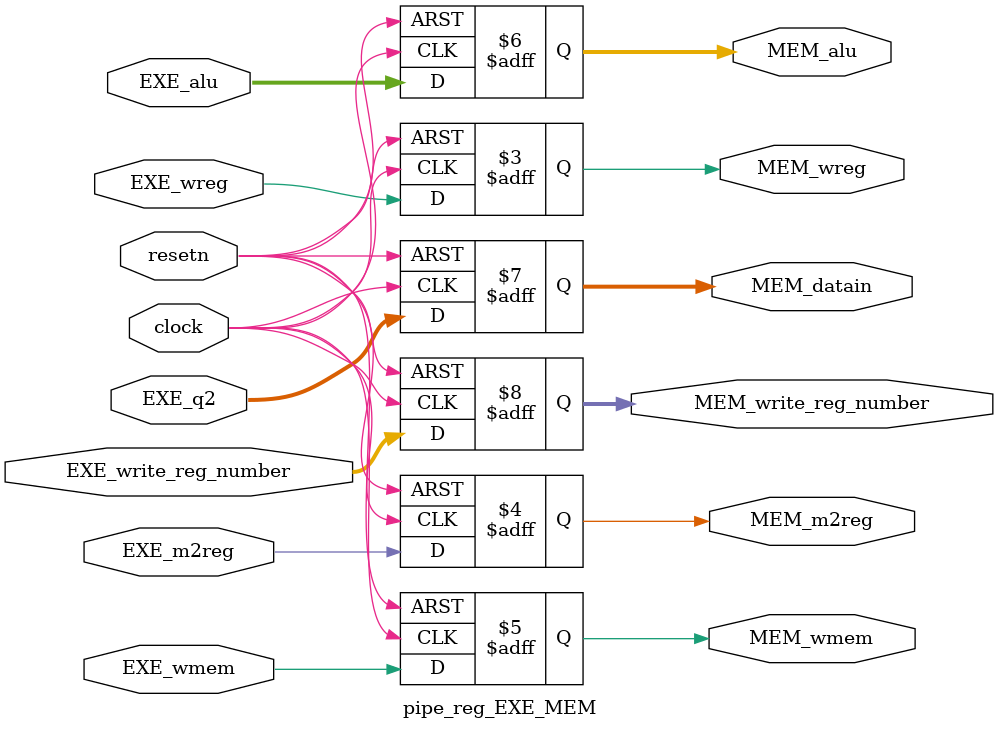
<source format=v>
`default_nettype none

module pipe_reg_EXE_MEM(
    input clock, 
    input resetn, 
    input EXE_wreg, 
    input EXE_m2reg, 
    input EXE_wmem, 
    input [31: 0] EXE_alu, 
    input [31: 0] EXE_q2, 
    input [4: 0] EXE_write_reg_number, 

    output reg MEM_wreg, 
    output reg MEM_m2reg, 
    output reg MEM_wmem, 
    output reg [31: 0] MEM_alu, 
    output reg [31: 0] MEM_datain, 
    output reg [4: 0] MEM_write_reg_number
);
    // EXE/MEM 级流水线寄存器

    always @ (posedge clock or negedge resetn)
    begin
        if (resetn == 0) begin
            MEM_wreg <= 0;
            MEM_m2reg <= 0;
            MEM_wmem <= 0;
            MEM_alu <= 0;
            MEM_datain <= 0;
            MEM_write_reg_number <= 0;
        end else begin
            MEM_wreg <= EXE_wreg;
            MEM_m2reg <= EXE_m2reg;
            MEM_wmem <= EXE_wmem;
            MEM_alu <= EXE_alu;
            MEM_datain <= EXE_q2;
            MEM_write_reg_number <= EXE_write_reg_number;
        end 
    end

endmodule
</source>
